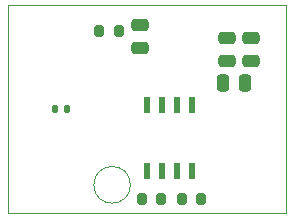
<source format=gbr>
%TF.GenerationSoftware,KiCad,Pcbnew,8.0.4-8.0.4-0~ubuntu22.04.1*%
%TF.CreationDate,2024-09-04T03:05:11+05:30*%
%TF.ProjectId,microphone_smd.step,6d696372-6f70-4686-9f6e-655f736d642e,v01*%
%TF.SameCoordinates,Original*%
%TF.FileFunction,Paste,Bot*%
%TF.FilePolarity,Positive*%
%FSLAX46Y46*%
G04 Gerber Fmt 4.6, Leading zero omitted, Abs format (unit mm)*
G04 Created by KiCad (PCBNEW 8.0.4-8.0.4-0~ubuntu22.04.1) date 2024-09-04 03:05:11*
%MOMM*%
%LPD*%
G01*
G04 APERTURE LIST*
G04 Aperture macros list*
%AMRoundRect*
0 Rectangle with rounded corners*
0 $1 Rounding radius*
0 $2 $3 $4 $5 $6 $7 $8 $9 X,Y pos of 4 corners*
0 Add a 4 corners polygon primitive as box body*
4,1,4,$2,$3,$4,$5,$6,$7,$8,$9,$2,$3,0*
0 Add four circle primitives for the rounded corners*
1,1,$1+$1,$2,$3*
1,1,$1+$1,$4,$5*
1,1,$1+$1,$6,$7*
1,1,$1+$1,$8,$9*
0 Add four rect primitives between the rounded corners*
20,1,$1+$1,$2,$3,$4,$5,0*
20,1,$1+$1,$4,$5,$6,$7,0*
20,1,$1+$1,$6,$7,$8,$9,0*
20,1,$1+$1,$8,$9,$2,$3,0*%
G04 Aperture macros list end*
%ADD10R,0.533400X1.422400*%
%ADD11RoundRect,0.200000X0.200000X0.275000X-0.200000X0.275000X-0.200000X-0.275000X0.200000X-0.275000X0*%
%ADD12RoundRect,0.140000X0.140000X0.170000X-0.140000X0.170000X-0.140000X-0.170000X0.140000X-0.170000X0*%
%ADD13RoundRect,0.250000X0.475000X-0.250000X0.475000X0.250000X-0.475000X0.250000X-0.475000X-0.250000X0*%
%ADD14RoundRect,0.200000X-0.200000X-0.275000X0.200000X-0.275000X0.200000X0.275000X-0.200000X0.275000X0*%
%ADD15RoundRect,0.250000X0.250000X0.475000X-0.250000X0.475000X-0.250000X-0.475000X0.250000X-0.475000X0*%
%TA.AperFunction,Profile*%
%ADD16C,0.100000*%
%TD*%
G04 APERTURE END LIST*
D10*
%TO.C,U2*%
X169400000Y-68594000D03*
X168130000Y-68594000D03*
X166860000Y-68594000D03*
X165590000Y-68594000D03*
X165590000Y-63006000D03*
X166860000Y-63006000D03*
X168130000Y-63006000D03*
X169400000Y-63006000D03*
%TD*%
D11*
%TO.C,R3*%
X166800000Y-71000000D03*
X165150000Y-71000000D03*
%TD*%
%TO.C,R1*%
X170200000Y-71000000D03*
X168550000Y-71000000D03*
%TD*%
D12*
%TO.C,C1*%
X158800000Y-63400000D03*
X157840000Y-63400000D03*
%TD*%
D13*
%TO.C,C2*%
X165000000Y-58200000D03*
X165000000Y-56300000D03*
%TD*%
%TO.C,C3*%
X174400000Y-59300000D03*
X174400000Y-57400000D03*
%TD*%
%TO.C,C4*%
X172400000Y-59300000D03*
X172400000Y-57400000D03*
%TD*%
D14*
%TO.C,R2*%
X161550000Y-56800000D03*
X163200000Y-56800000D03*
%TD*%
D15*
%TO.C,C5*%
X173900000Y-61200000D03*
X172000000Y-61200000D03*
%TD*%
D16*
X153800000Y-54600000D02*
X177400000Y-54600000D01*
X177400000Y-72200000D01*
X153800000Y-72200000D01*
X153800000Y-54600000D01*
X164200000Y-69800000D02*
G75*
G02*
X161100000Y-69800000I-1550000J0D01*
G01*
X161100000Y-69800000D02*
G75*
G02*
X164200000Y-69800000I1550000J0D01*
G01*
M02*

</source>
